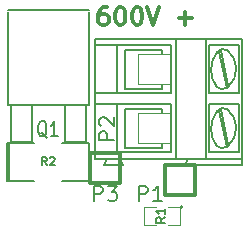
<source format=gto>
G04 (created by PCBNEW (2013-07-07 BZR 4022)-stable) date 24/10/2014 07:26:06*
%MOIN*%
G04 Gerber Fmt 3.4, Leading zero omitted, Abs format*
%FSLAX34Y34*%
G01*
G70*
G90*
G04 APERTURE LIST*
%ADD10C,0.00590551*%
%ADD11C,0.011811*%
%ADD12C,0.0039*%
%ADD13C,0.005*%
%ADD14C,0.0026*%
%ADD15C,0.006*%
%ADD16C,0.0125*%
%ADD17C,0.012*%
%ADD18C,0.008*%
G04 APERTURE END LIST*
G54D10*
G54D11*
X85456Y-62648D02*
X85343Y-62648D01*
X85287Y-62676D01*
X85259Y-62704D01*
X85203Y-62789D01*
X85175Y-62901D01*
X85175Y-63126D01*
X85203Y-63182D01*
X85231Y-63210D01*
X85287Y-63239D01*
X85400Y-63239D01*
X85456Y-63210D01*
X85484Y-63182D01*
X85512Y-63126D01*
X85512Y-62985D01*
X85484Y-62929D01*
X85456Y-62901D01*
X85400Y-62873D01*
X85287Y-62873D01*
X85231Y-62901D01*
X85203Y-62929D01*
X85175Y-62985D01*
X85878Y-62648D02*
X85934Y-62648D01*
X85990Y-62676D01*
X86018Y-62704D01*
X86046Y-62760D01*
X86075Y-62873D01*
X86075Y-63014D01*
X86046Y-63126D01*
X86018Y-63182D01*
X85990Y-63210D01*
X85934Y-63239D01*
X85878Y-63239D01*
X85821Y-63210D01*
X85793Y-63182D01*
X85765Y-63126D01*
X85737Y-63014D01*
X85737Y-62873D01*
X85765Y-62760D01*
X85793Y-62704D01*
X85821Y-62676D01*
X85878Y-62648D01*
X86440Y-62648D02*
X86496Y-62648D01*
X86553Y-62676D01*
X86581Y-62704D01*
X86609Y-62760D01*
X86637Y-62873D01*
X86637Y-63014D01*
X86609Y-63126D01*
X86581Y-63182D01*
X86553Y-63210D01*
X86496Y-63239D01*
X86440Y-63239D01*
X86384Y-63210D01*
X86356Y-63182D01*
X86328Y-63126D01*
X86300Y-63014D01*
X86300Y-62873D01*
X86328Y-62760D01*
X86356Y-62704D01*
X86384Y-62676D01*
X86440Y-62648D01*
X86806Y-62648D02*
X87003Y-63239D01*
X87199Y-62648D01*
X87846Y-63014D02*
X88296Y-63014D01*
X88071Y-63239D02*
X88071Y-62789D01*
G54D12*
X88000Y-69300D02*
G75*
G03X88000Y-69300I-50J0D01*
G74*
G01*
X87500Y-69300D02*
X87900Y-69300D01*
X87900Y-69300D02*
X87900Y-69900D01*
X87900Y-69900D02*
X87500Y-69900D01*
X87100Y-69900D02*
X86700Y-69900D01*
X86700Y-69900D02*
X86700Y-69300D01*
X86700Y-69300D02*
X87100Y-69300D01*
G54D13*
X84050Y-65900D02*
X84050Y-67150D01*
X84050Y-67150D02*
X84750Y-67150D01*
X84750Y-67150D02*
X84750Y-65900D01*
X82250Y-65900D02*
X82250Y-67150D01*
X82250Y-67150D02*
X82950Y-67150D01*
X82950Y-67150D02*
X82950Y-65900D01*
X84850Y-63500D02*
X84850Y-65900D01*
X84850Y-65900D02*
X82150Y-65900D01*
X82150Y-65900D02*
X82150Y-62800D01*
X82150Y-62750D02*
X84850Y-62750D01*
X84850Y-62800D02*
X84850Y-63500D01*
G54D14*
X86500Y-64210D02*
X86500Y-65210D01*
X86500Y-65210D02*
X87600Y-65210D01*
X87600Y-64210D02*
X87600Y-65210D01*
X86500Y-64210D02*
X87600Y-64210D01*
X86500Y-66180D02*
X86500Y-67180D01*
X86500Y-67180D02*
X87600Y-67180D01*
X87600Y-66180D02*
X87600Y-67180D01*
X86500Y-66180D02*
X87600Y-66180D01*
G54D15*
X89950Y-67700D02*
X88750Y-67700D01*
X89950Y-67700D02*
X89950Y-63700D01*
X89950Y-67700D02*
X89950Y-67900D01*
X89950Y-67900D02*
X88050Y-67900D01*
X88050Y-67900D02*
X88150Y-67700D01*
X85350Y-67900D02*
X85450Y-67700D01*
X85450Y-67700D02*
X85050Y-67700D01*
X86000Y-67900D02*
X85900Y-67700D01*
X85900Y-67700D02*
X85450Y-67700D01*
X86000Y-67900D02*
X85350Y-67900D01*
X85050Y-65880D02*
X85800Y-65880D01*
X87600Y-67480D02*
X85800Y-67480D01*
X85050Y-65880D02*
X85050Y-67480D01*
X85050Y-67480D02*
X85050Y-67700D01*
X85050Y-65510D02*
X85800Y-65510D01*
X85050Y-65510D02*
X85050Y-65880D01*
X87600Y-63910D02*
X85800Y-63910D01*
X85050Y-63700D02*
X85050Y-63910D01*
X85050Y-63910D02*
X85050Y-65510D01*
X85800Y-65880D02*
X85800Y-67480D01*
X85800Y-65880D02*
X87600Y-65880D01*
X85800Y-67480D02*
X85050Y-67480D01*
X85800Y-65510D02*
X85800Y-63910D01*
X85800Y-65510D02*
X87600Y-65510D01*
X85800Y-63910D02*
X85050Y-63910D01*
X86050Y-67330D02*
X87300Y-67330D01*
X86050Y-67330D02*
X86050Y-66030D01*
X86050Y-66030D02*
X87300Y-66030D01*
X86050Y-65360D02*
X87300Y-65360D01*
X86050Y-65360D02*
X86050Y-64060D01*
X86050Y-64060D02*
X87300Y-64060D01*
X87300Y-64060D02*
X87300Y-64210D01*
X87300Y-65360D02*
X87300Y-65210D01*
X87300Y-66030D02*
X87300Y-66180D01*
X87300Y-67330D02*
X87300Y-67180D01*
X85050Y-63700D02*
X87750Y-63700D01*
X87750Y-63700D02*
X88750Y-63700D01*
X88150Y-67700D02*
X87750Y-67700D01*
X87750Y-67700D02*
X85900Y-67700D01*
X88750Y-63700D02*
X88750Y-67700D01*
X88750Y-63700D02*
X89950Y-63700D01*
X88750Y-67700D02*
X88150Y-67700D01*
X88850Y-65880D02*
X89850Y-65880D01*
X89850Y-65880D02*
X89850Y-67480D01*
X89850Y-67480D02*
X88850Y-67480D01*
X88850Y-67480D02*
X88850Y-65880D01*
X88850Y-65510D02*
X89850Y-65510D01*
X88850Y-65510D02*
X88850Y-63910D01*
X88850Y-63910D02*
X89850Y-63910D01*
X89850Y-65510D02*
X89850Y-63910D01*
X89250Y-66040D02*
X89500Y-67240D01*
X89200Y-66090D02*
X89450Y-67290D01*
X89250Y-64070D02*
X89500Y-65271D01*
X89200Y-64120D02*
X89450Y-65320D01*
X87600Y-63910D02*
X87600Y-64060D01*
X87600Y-65510D02*
X87600Y-65360D01*
X87600Y-65360D02*
X87600Y-64060D01*
X87750Y-63700D02*
X87750Y-64060D01*
X87750Y-64060D02*
X87750Y-65360D01*
X87750Y-65360D02*
X87750Y-66030D01*
X87750Y-67700D02*
X87750Y-67330D01*
X87750Y-67330D02*
X87750Y-66030D01*
X87600Y-67480D02*
X87600Y-67330D01*
X87600Y-65880D02*
X87600Y-66030D01*
X87600Y-66030D02*
X87600Y-67330D01*
X89108Y-67258D02*
G75*
G03X89488Y-67279I200J178D01*
G74*
G01*
X89140Y-66099D02*
G75*
G03X89120Y-67275I749J-600D01*
G74*
G01*
X89491Y-67280D02*
G75*
G03X89469Y-66039I-531J611D01*
G74*
G01*
X89489Y-66060D02*
G75*
G03X89125Y-66115I-160J-169D01*
G74*
G01*
X89107Y-65288D02*
G75*
G03X89489Y-65309I201J178D01*
G74*
G01*
X89140Y-64130D02*
G75*
G03X89120Y-65306I749J-600D01*
G74*
G01*
X89493Y-65312D02*
G75*
G03X89469Y-64069I-533J611D01*
G74*
G01*
X89488Y-64090D02*
G75*
G03X89125Y-64146I-159J-169D01*
G74*
G01*
G54D10*
X82200Y-67170D02*
X82200Y-68429D01*
X84878Y-67170D02*
X84878Y-68430D01*
X82122Y-67170D02*
X82122Y-68429D01*
X83971Y-68432D02*
X84871Y-68432D01*
X84871Y-67168D02*
X83971Y-67168D01*
X83027Y-67170D02*
X82122Y-67170D01*
X82122Y-68429D02*
X83027Y-68429D01*
G54D16*
X84900Y-68500D02*
X85900Y-68500D01*
X84900Y-67500D02*
X85900Y-67500D01*
G54D17*
X84900Y-68500D02*
X84900Y-67500D01*
X85900Y-67500D02*
X85900Y-68500D01*
G54D16*
X88400Y-67900D02*
X87400Y-67900D01*
X88400Y-68900D02*
X87400Y-68900D01*
G54D17*
X88400Y-67900D02*
X88400Y-68900D01*
X87400Y-68900D02*
X87400Y-67900D01*
G54D13*
X87396Y-69650D02*
X87253Y-69750D01*
X87396Y-69821D02*
X87096Y-69821D01*
X87096Y-69707D01*
X87110Y-69678D01*
X87125Y-69664D01*
X87153Y-69650D01*
X87196Y-69650D01*
X87225Y-69664D01*
X87239Y-69678D01*
X87253Y-69707D01*
X87253Y-69821D01*
X87396Y-69364D02*
X87396Y-69535D01*
X87396Y-69450D02*
X87096Y-69450D01*
X87139Y-69478D01*
X87167Y-69507D01*
X87182Y-69535D01*
G54D18*
X83461Y-67000D02*
X83423Y-66976D01*
X83385Y-66928D01*
X83328Y-66857D01*
X83290Y-66833D01*
X83252Y-66833D01*
X83271Y-66952D02*
X83233Y-66928D01*
X83195Y-66880D01*
X83176Y-66785D01*
X83176Y-66619D01*
X83195Y-66523D01*
X83233Y-66476D01*
X83271Y-66452D01*
X83347Y-66452D01*
X83385Y-66476D01*
X83423Y-66523D01*
X83442Y-66619D01*
X83442Y-66785D01*
X83423Y-66880D01*
X83385Y-66928D01*
X83347Y-66952D01*
X83271Y-66952D01*
X83823Y-66952D02*
X83595Y-66952D01*
X83709Y-66952D02*
X83709Y-66452D01*
X83671Y-66523D01*
X83633Y-66571D01*
X83595Y-66595D01*
G54D13*
X85702Y-67069D02*
X85202Y-67069D01*
X85202Y-66878D01*
X85226Y-66830D01*
X85250Y-66807D01*
X85297Y-66783D01*
X85369Y-66783D01*
X85416Y-66807D01*
X85440Y-66830D01*
X85464Y-66878D01*
X85464Y-67069D01*
X85250Y-66592D02*
X85226Y-66569D01*
X85202Y-66521D01*
X85202Y-66402D01*
X85226Y-66354D01*
X85250Y-66330D01*
X85297Y-66307D01*
X85345Y-66307D01*
X85416Y-66330D01*
X85702Y-66616D01*
X85702Y-66307D01*
X83454Y-67911D02*
X83362Y-67780D01*
X83296Y-67911D02*
X83296Y-67635D01*
X83401Y-67635D01*
X83427Y-67648D01*
X83440Y-67662D01*
X83454Y-67688D01*
X83454Y-67727D01*
X83440Y-67754D01*
X83427Y-67767D01*
X83401Y-67780D01*
X83296Y-67780D01*
X83559Y-67662D02*
X83572Y-67648D01*
X83598Y-67635D01*
X83664Y-67635D01*
X83690Y-67648D01*
X83703Y-67662D01*
X83716Y-67688D01*
X83716Y-67714D01*
X83703Y-67754D01*
X83546Y-67911D01*
X83716Y-67911D01*
X85030Y-69102D02*
X85030Y-68602D01*
X85221Y-68602D01*
X85269Y-68626D01*
X85292Y-68650D01*
X85316Y-68697D01*
X85316Y-68769D01*
X85292Y-68816D01*
X85269Y-68840D01*
X85221Y-68864D01*
X85030Y-68864D01*
X85483Y-68602D02*
X85792Y-68602D01*
X85626Y-68792D01*
X85697Y-68792D01*
X85745Y-68816D01*
X85769Y-68840D01*
X85792Y-68888D01*
X85792Y-69007D01*
X85769Y-69054D01*
X85745Y-69078D01*
X85697Y-69102D01*
X85554Y-69102D01*
X85507Y-69078D01*
X85483Y-69054D01*
X86530Y-69102D02*
X86530Y-68602D01*
X86721Y-68602D01*
X86769Y-68626D01*
X86792Y-68650D01*
X86816Y-68697D01*
X86816Y-68769D01*
X86792Y-68816D01*
X86769Y-68840D01*
X86721Y-68864D01*
X86530Y-68864D01*
X87292Y-69102D02*
X87007Y-69102D01*
X87150Y-69102D02*
X87150Y-68602D01*
X87102Y-68673D01*
X87054Y-68721D01*
X87007Y-68745D01*
M02*

</source>
